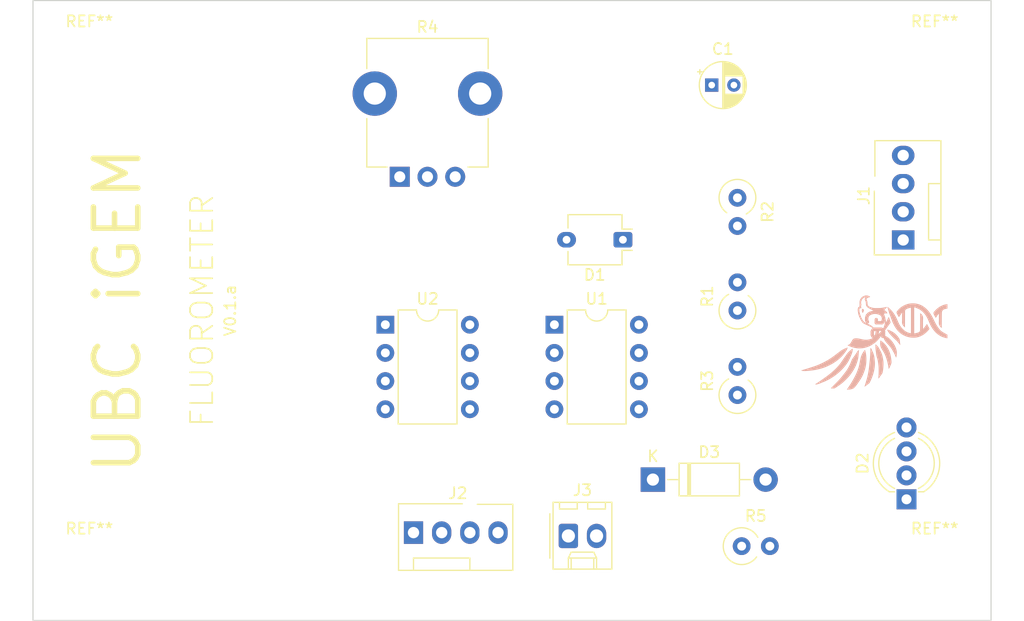
<source format=kicad_pcb>
(kicad_pcb (version 20211014) (generator pcbnew)
  (layers (0 "F.Cu" signal) (31 "B.Cu" signal) (34 "B.Paste" user) (35 "F.Paste" user) (36 "B.SilkS" user "B.Silkscreen") (37 "F.SilkS" user "F.Silkscreen") (38 "B.Mask" user) (39 "F.Mask" user) (44 "Edge.Cuts" user))
  (net 0 "")
  (net 1 "Net-(R2-Pad1)")
  (net 2 "Net-(C1-Pad2)")
  (net 3 "Earth")
  (net 4 "Net-(J1-Pad4)")
  (net 5 "Net-(J1-Pad3)")
  (net 6 "Net-(J1-Pad2)")
  (net 7 "Net-(J1-Pad1)")
  (net 8 "Net-(D3-Pad1)")
  (net 9 "MCU")
  (net 10 "VCC")
  (net 11 "Net-(R1-Pad2)")
  (net 12 "Net-(R3-Pad2)")
  (footprint "Diode_THT:D_DO-41_SOD81_P10.16mm_Horizontal" (layer "F.Cu") (at 160.02 71.12)
    (fp_text reference "D3" (at 5.08 -2.47) (layer "F.SilkS"))
    (fp_text value "1N4007")
    (fp_text user "K" (at 0 -2.1) (layer "F.SilkS"))
    (pad "1" thru_hole rect (at 0 0) (size 2.2 2.2) (drill 1.1) (layers *.Cu *.Mask) (net 8 "Net-(D3-Pad1)"))
    (pad "2" thru_hole oval (at 10.16 0) (size 2.2 2.2) (drill 1.1) (layers *.Cu *.Mask) (net 9 "MCU"))
  )
  (footprint "MountingHole:MountingHole_2.1mm" (layer "F.Cu") (at 185.42 33.02)
    (fp_text reference "REF**" (at 0 -3.2) (layer "F.SilkS"))
    (fp_text value "MountingHole_2.1mm")
    (pad "" np_thru_hole circle (at 0 0) (size 2.1 2.1) (drill 2.1) (layers *.Cu *.Mask))
  )
  (footprint "Potentiometer_THT:Potentiometer_TT_P0915N" (layer "F.Cu") (at 137.2 43.825)
    (fp_text reference "R4" (at 2.5 -13.5) (layer "F.SilkS"))
    (fp_text value "R_Variable_US")
    (pad "" thru_hole oval (at -2.25 -7.5) (size 4 4) (drill 2) (layers *.Cu *.Mask))
    (pad "" thru_hole oval (at 7.25 -7.5) (size 4 4) (drill 2) (layers *.Cu *.Mask))
    (pad "1" thru_hole rect (at 0 0) (size 1.8 1.8) (drill 1) (layers *.Cu *.Mask) (net 12 "Net-(R3-Pad2)"))
    (pad "2" thru_hole circle (at 2.5 0) (size 1.8 1.8) (drill 1) (layers *.Cu *.Mask) (net 8 "Net-(D3-Pad1)"))
    (pad "3" thru_hole circle (at 5 0) (size 1.8 1.8) (drill 1) (layers *.Cu *.Mask))
  )
  (footprint "Resistor_THT:R_Axial_DIN0309_L9.0mm_D3.2mm_P2.54mm_Vertical" (layer "F.Cu") (at 167.64 45.72 -90)
    (fp_text reference "R2" (at 1.27 -2.72 90) (layer "F.SilkS"))
    (fp_text value "R_US")
    (pad "1" thru_hole circle (at 0 0 270) (size 1.6 1.6) (drill 0.8) (layers *.Cu *.Mask) (net 1 "Net-(R2-Pad1)"))
    (pad "2" thru_hole oval (at 2.54 0 270) (size 1.6 1.6) (drill 0.8) (layers *.Cu *.Mask) (net 2 "Net-(C1-Pad2)"))
  )
  (footprint "MountingHole:MountingHole_2.1mm" (layer "F.Cu") (at 185.42 78.74)
    (fp_text reference "REF**" (at 0 -3.2) (layer "F.SilkS"))
    (fp_text value "MountingHole_2.1mm")
    (pad "" np_thru_hole circle (at 0 0) (size 2.1 2.1) (drill 2.1) (layers *.Cu *.Mask))
  )
  (footprint "Resistor_THT:R_Axial_DIN0309_L9.0mm_D3.2mm_P2.54mm_Vertical" (layer "F.Cu") (at 168.02 77.12)
    (fp_text reference "R5" (at 1.27 -2.72) (layer "F.SilkS"))
    (fp_text value "R_US")
    (pad "1" thru_hole circle (at 0 0) (size 1.6 1.6) (drill 0.8) (layers *.Cu *.Mask) (net 9 "MCU"))
    (pad "2" thru_hole oval (at 2.54 0) (size 1.6 1.6) (drill 0.8) (layers *.Cu *.Mask) (net 10 "VCC"))
  )
  (footprint "OptoDevice:Osram_DIL2_4.3x4.65mm_P5.08mm" (layer "F.Cu") (at 157.315466 49.500896 180)
    (fp_text reference "D1" (at 2.54 -3.17) (layer "F.SilkS"))
    (fp_text value "BPW34")
    (pad "1" thru_hole roundrect (at 0 0 180) (size 1.7 1.4) (drill 0.7) (layers *.Cu *.Mask) (roundrect_rratio 0.178) (net 1 "Net-(R2-Pad1)"))
    (pad "2" thru_hole oval (at 5.08 0 180) (size 1.7 1.4) (drill 0.7) (layers *.Cu *.Mask) (net 3 "Earth"))
  )
  (footprint "Connector:FanPinHeader_1x04_P2.54mm_Vertical" (layer "F.Cu") (at 182.58 49.52 90)
    (fp_text reference "J1" (at 4 -3.55 90) (layer "F.SilkS"))
    (fp_text value "Conn_01x04")
    (pad "" np_thru_hole circle (at 5.08 -2.16 180) (size 1.1 1.1) (drill 1.1) (layers *.Cu *.Mask))
    (pad "1" thru_hole rect (at 0 0 180) (size 2.03 1.73) (drill 1.02) (layers *.Cu *.Mask) (net 7 "Net-(J1-Pad1)"))
    (pad "2" thru_hole oval (at 2.54 0 180) (size 2.03 1.73) (drill 1.02) (layers *.Cu *.Mask) (net 6 "Net-(J1-Pad2)"))
    (pad "3" thru_hole oval (at 5.08 0 180) (size 2.03 1.73) (drill 1.02) (layers *.Cu *.Mask) (net 5 "Net-(J1-Pad3)"))
    (pad "4" thru_hole oval (at 7.62 0 180) (size 2.03 1.73) (drill 1.02) (layers *.Cu *.Mask) (net 4 "Net-(J1-Pad4)"))
  )
  (footprint "MountingHole:MountingHole_2.1mm" (layer "F.Cu") (at 109.22 33.02)
    (fp_text reference "REF**" (at 0 -3.2) (layer "F.SilkS"))
    (fp_text value "MountingHole_2.1mm")
    (pad "" np_thru_hole circle (at 0 0) (size 2.1 2.1) (drill 2.1) (layers *.Cu *.Mask))
  )
  (footprint "Capacitor_THT:CP_Radial_D4.0mm_P2.00mm" (layer "F.Cu") (at 165.32 35.56)
    (fp_text reference "C1" (at 1 -3.25) (layer "F.SilkS"))
    (fp_text value "C")
    (pad "1" thru_hole rect (at 0 0) (size 1.2 1.2) (drill 0.6) (layers *.Cu *.Mask) (net 1 "Net-(R2-Pad1)"))
    (pad "2" thru_hole circle (at 2 0) (size 1.2 1.2) (drill 0.6) (layers *.Cu *.Mask) (net 2 "Net-(C1-Pad2)"))
  )
  (footprint "Connector_Molex:Molex_KK-254_AE-6410-02A_1x02_P2.54mm_Vertical" (layer "F.Cu") (at 152.4 76.2)
    (fp_text reference "J3" (at 1.27 -4.12) (layer "F.SilkS"))
    (fp_text value "Conn_01x02")
    (pad "1" thru_hole roundrect (at 0 0) (size 1.74 2.19) (drill 1.19) (layers *.Cu *.Mask) (roundrect_rratio 0.143678) (net 10 "VCC"))
    (pad "2" thru_hole oval (at 2.54 0) (size 1.74 2.19) (drill 1.19) (layers *.Cu *.Mask) (net 3 "Earth"))
  )
  (footprint "Resistor_THT:R_Axial_DIN0309_L9.0mm_D3.2mm_P2.54mm_Vertical" (layer "F.Cu") (at 167.64 63.5 90)
    (fp_text reference "R3" (at 1.27 -2.72 90) (layer "F.SilkS"))
    (fp_text value "R_US")
    (pad "1" thru_hole circle (at 0 0 90) (size 1.6 1.6) (drill 0.8) (layers *.Cu *.Mask) (net 3 "Earth"))
    (pad "2" thru_hole oval (at 2.54 0 90) (size 1.6 1.6) (drill 0.8) (layers *.Cu *.Mask) (net 12 "Net-(R3-Pad2)"))
  )
  (footprint "LED_THT:LED_D5.0mm-4_RGB_Wide_Pins" (layer "F.Cu") (at 182.88 72.898 90)
    (fp_text reference "D2" (at 3.2385 -3.96 90) (layer "F.SilkS"))
    (fp_text value "LED_RAGB")
    (pad "1" thru_hole rect (at 0 0 90) (size 1.8 1.8) (drill 0.9) (layers *.Cu *.Mask) (net 4 "Net-(J1-Pad4)"))
    (pad "2" thru_hole circle (at 2.159 0 90) (size 1.8 1.8) (drill 0.9) (layers *.Cu *.Mask) (net 5 "Net-(J1-Pad3)"))
    (pad "3" thru_hole circle (at 4.318 0 90) (size 1.8 1.8) (drill 0.9) (layers *.Cu *.Mask) (net 6 "Net-(J1-Pad2)"))
    (pad "4" thru_hole circle (at 6.477 0 90) (size 1.8 1.8) (drill 0.9) (layers *.Cu *.Mask) (net 7 "Net-(J1-Pad1)"))
  )
  (footprint "Resistor_THT:R_Axial_DIN0309_L9.0mm_D3.2mm_P2.54mm_Vertical" (layer "F.Cu") (at 167.64 55.88 90)
    (fp_text reference "R1" (at 1.27 -2.72 90) (layer "F.SilkS"))
    (fp_text value "R_US")
    (pad "1" thru_hole circle (at 0 0 90) (size 1.6 1.6) (drill 0.8) (layers *.Cu *.Mask) (net 3 "Earth"))
    (pad "2" thru_hole oval (at 2.54 0 90) (size 1.6 1.6) (drill 0.8) (layers *.Cu *.Mask) (net 11 "Net-(R1-Pad2)"))
  )
  (footprint "Package_DIP:DIP-8_W7.62mm" (layer "F.Cu") (at 135.9 57.16)
    (fp_text reference "U2" (at 3.81 -2.33) (layer "F.SilkS"))
    (fp_text value "OP07")
    (pad "1" thru_hole rect (at 0 0) (size 1.6 1.6) (drill 0.8) (layers *.Cu *.Mask))
    (pad "2" thru_hole oval (at 0 2.54) (size 1.6 1.6) (drill 0.8) (layers *.Cu *.Mask) (net 12 "Net-(R3-Pad2)"))
    (pad "3" thru_hole oval (at 0 5.08) (size 1.6 1.6) (drill 0.8) (layers *.Cu *.Mask) (net 2 "Net-(C1-Pad2)"))
    (pad "4" thru_hole oval (at 0 7.62) (size 1.6 1.6) (drill 0.8) (layers *.Cu *.Mask))
    (pad "5" thru_hole oval (at 7.62 7.62) (size 1.6 1.6) (drill 0.8) (layers *.Cu *.Mask))
    (pad "6" thru_hole oval (at 7.62 5.08) (size 1.6 1.6) (drill 0.8) (layers *.Cu *.Mask) (net 8 "Net-(D3-Pad1)"))
    (pad "7" thru_hole oval (at 7.62 2.54) (size 1.6 1.6) (drill 0.8) (layers *.Cu *.Mask))
    (pad "8" thru_hole oval (at 7.62 0) (size 1.6 1.6) (drill 0.8) (layers *.Cu *.Mask))
  )
  (footprint "MountingHole:MountingHole_2.1mm" (layer "F.Cu") (at 109.22 78.74)
    (fp_text reference "REF**" (at 0 -3.2) (layer "F.SilkS"))
    (fp_text value "MountingHole_2.1mm")
    (pad "" np_thru_hole circle (at 0 0) (size 2.1 2.1) (drill 2.1) (layers *.Cu *.Mask))
  )
  (footprint "Package_DIP:DIP-8_W7.62mm" (layer "F.Cu") (at 151.14 57.16)
    (fp_text reference "U1" (at 3.81 -2.33) (layer "F.SilkS"))
    (fp_text value "OP07")
    (pad "1" thru_hole rect (at 0 0) (size 1.6 1.6) (drill 0.8) (layers *.Cu *.Mask))
    (pad "2" thru_hole oval (at 0 2.54) (size 1.6 1.6) (drill 0.8) (layers *.Cu *.Mask) (net 1 "Net-(R2-Pad1)"))
    (pad "3" thru_hole oval (at 0 5.08) (size 1.6 1.6) (drill 0.8) (layers *.Cu *.Mask) (net 11 "Net-(R1-Pad2)"))
    (pad "4" thru_hole oval (at 0 7.62) (size 1.6 1.6) (drill 0.8) (layers *.Cu *.Mask))
    (pad "5" thru_hole oval (at 7.62 7.62) (size 1.6 1.6) (drill 0.8) (layers *.Cu *.Mask))
    (pad "6" thru_hole oval (at 7.62 5.08) (size 1.6 1.6) (drill 0.8) (layers *.Cu *.Mask) (net 2 "Net-(C1-Pad2)"))
    (pad "7" thru_hole oval (at 7.62 2.54) (size 1.6 1.6) (drill 0.8) (layers *.Cu *.Mask))
    (pad "8" thru_hole oval (at 7.62 0) (size 1.6 1.6) (drill 0.8) (layers *.Cu *.Mask))
  )
  (footprint "Connector:FanPinHeader_1x04_P2.54mm_Vertical" (layer "F.Cu") (at 138.44 75.9)
    (fp_text reference "J2" (at 4 -3.55) (layer "F.SilkS"))
    (fp_text value "Conn_01x04")
    (pad "" np_thru_hole circle (at 5.08 -2.16 90) (size 1.1 1.1) (drill 1.1) (layers *.Cu *.Mask))
    (pad "1" thru_hole rect (at 0 0 90) (size 2.03 1.73) (drill 1.02) (layers *.Cu *.Mask) (net 10 "VCC"))
    (pad "2" thru_hole oval (at 2.54 0 90) (size 2.03 1.73) (drill 1.02) (layers *.Cu *.Mask) (net 10 "VCC"))
    (pad "3" thru_hole oval (at 5.08 0 90) (size 2.03 1.73) (drill 1.02) (layers *.Cu *.Mask) (net 3 "Earth"))
    (pad "4" thru_hole oval (at 7.62 0 90) (size 2.03 1.73) (drill 1.02) (layers *.Cu *.Mask) (net 3 "Earth"))
  )
  (footprint "LOGO" (layer "B.Cu") (at 180.11903 57.161882 -90)
    (fp_text reference "Ge" (at 0 0 90) (layer "B.SilkS") (effects (font (size 1.524 1.524) (thickness 0.3)) (justify mirror)))
    (fp_text value "LOGO" hide)
  )
  (gr_rect (start 104.14 27.94) (end 190.5 83.82) (layer "Edge.Cuts") (width 0.1) (fill none))
  (gr_text "FLUOROMETER" (at 119.38 55.88 90) (layer "F.SilkS") (effects (font (size 2 2))))
  (gr_text "UBC iGEM" (at 111.76 55.88 90) (layer "F.SilkS") (effects (font (size 4 4) (thickness 0.5))))
  (gr_text "V0.1.a" (at 121.92 55.88 90) (layer "F.SilkS") (effects (font (size 1 1))))
)
</source>
